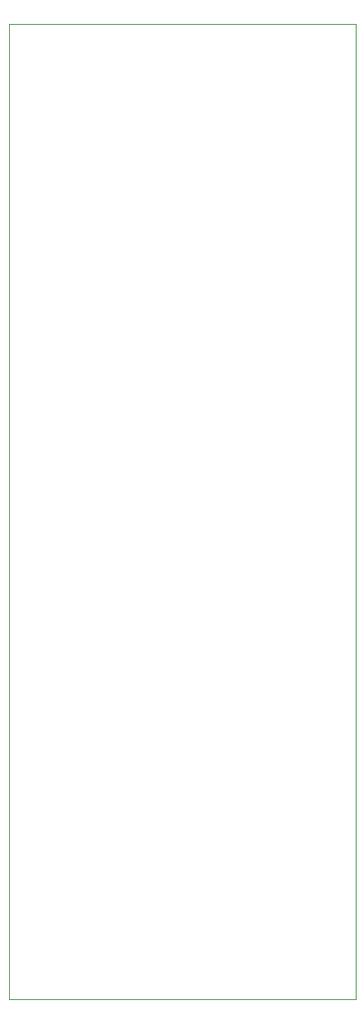
<source format=gm1>
%TF.GenerationSoftware,KiCad,Pcbnew,(5.1.10)-1*%
%TF.CreationDate,2021-07-28T16:14:29+02:00*%
%TF.ProjectId,LEDBeam,4c454442-6561-46d2-9e6b-696361645f70,rev?*%
%TF.SameCoordinates,Original*%
%TF.FileFunction,Profile,NP*%
%FSLAX46Y46*%
G04 Gerber Fmt 4.6, Leading zero omitted, Abs format (unit mm)*
G04 Created by KiCad (PCBNEW (5.1.10)-1) date 2021-07-28 16:14:29*
%MOMM*%
%LPD*%
G01*
G04 APERTURE LIST*
%TA.AperFunction,Profile*%
%ADD10C,0.050000*%
%TD*%
G04 APERTURE END LIST*
D10*
X45720000Y-50546000D02*
X10160000Y-50546000D01*
X45720000Y-150368000D02*
X45720000Y-50546000D01*
X10160000Y-150368000D02*
X45720000Y-150368000D01*
X10160000Y-50546000D02*
X10160000Y-150368000D01*
M02*

</source>
